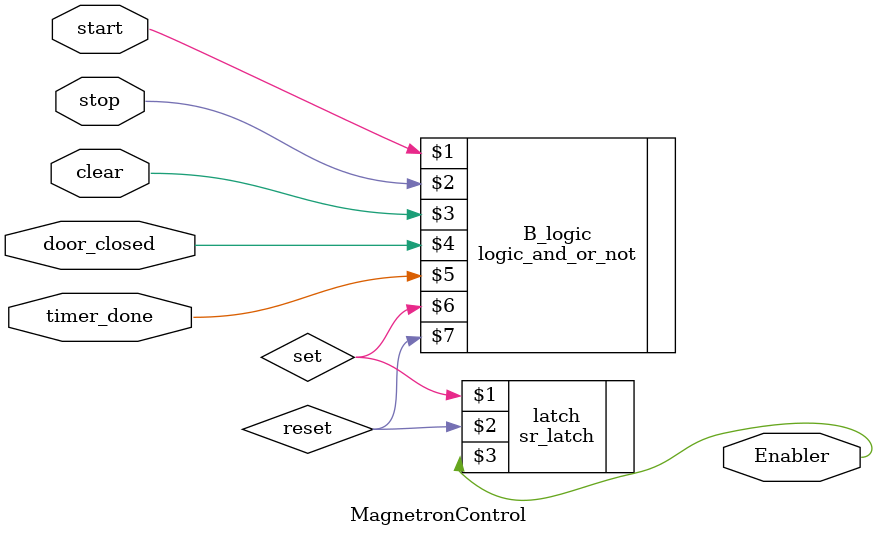
<source format=sv>
module MagnetronControl(
  input start,
  input stop,
  input clear,
  input door_closed,
  input timer_done,
  output Enabler);
  

  wire set, reset;
  
  logic_and_or_not B_logic(start, stop, clear, door_closed, timer_done, set, reset);
  sr_latch latch(set, reset, Enabler);
  

  
  
endmodule

</source>
